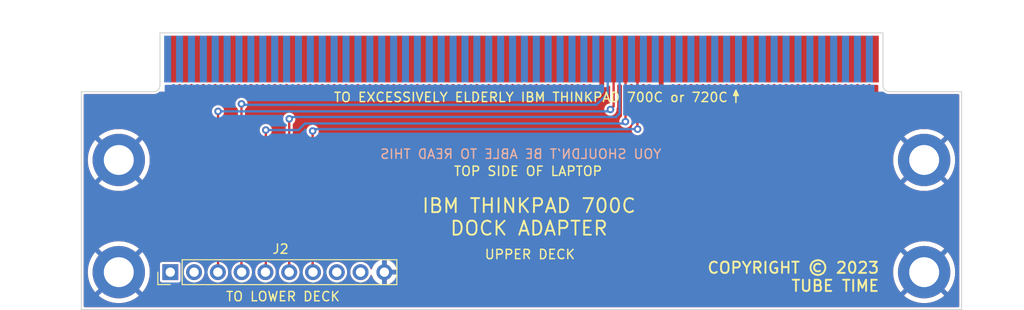
<source format=kicad_pcb>
(kicad_pcb (version 20211014) (generator pcbnew)
  (title_block (title "Thinkpad 700C Dock Slot Adapter") (comment 1 "http://creativecommons.org/licenses/by-sa/4.0/") (comment 2 "4.0 International License. To view a copy of the license, visit ") (comment 3 "This work is licensed under the Creative Commons Attribution-ShareAlike") (comment 4 "Copyright (C) 2023 Tube Time"))
  (layers (0 "F.Cu" signal) (31 "B.Cu" signal) (34 "B.Paste" user) (35 "F.Paste" user) (36 "B.SilkS" user "B.Silkscreen") (37 "F.SilkS" user "F.Silkscreen") (38 "B.Mask" user) (39 "F.Mask" user) (44 "Edge.Cuts" user))
  (net 0 "")
  (net 3 "GND")
  (net 44 "/~{IRQ14}")
  (net 45 "/~{IRQ15}")
  (net 79 "/~{IRQ10}")
  (net 80 "/~{IRQ11}")
  (net 81 "/~{IRQ12}")
  (footprint "Connector_PinHeader_2.54mm:PinHeader_1x10_P2.54mm_Vertical" (layer "F.Cu") (at 101 70.8 90)
    (fp_text reference "J2" (at 2.474 11.776 180) (layer "F.SilkS"))
    (fp_text value "UPPER" hide)
    (fp_line (start -1.33 -1.33) (end 0 -1.33) (layer "F.SilkS") (width 0.12))
    (fp_line (start -1.33 0) (end -1.33 -1.33) (layer "F.SilkS") (width 0.12))
    (fp_line (start -1.33 1.27) (end -1.33 24.19) (layer "F.SilkS") (width 0.12))
    (fp_line (start -1.33 24.19) (end 1.33 24.19) (layer "F.SilkS") (width 0.12))
    (fp_line (start -1.33 1.27) (end 1.33 1.27) (layer "F.SilkS") (width 0.12))
    (fp_line (start 1.33 1.27) (end 1.33 24.19) (layer "F.SilkS") (width 0.12))
    (pad "1" thru_hole rect (at 0 0 90) (size 1.7 1.7) (drill 1) (layers *.Cu *.Mask))
    (pad "2" thru_hole oval (at 0 2.54 90) (size 1.7 1.7) (drill 1) (layers *.Cu *.Mask))
    (pad "3" thru_hole oval (at 0 5.08 90) (size 1.7 1.7) (drill 1) (layers *.Cu *.Mask) (net 79 "/~{IRQ10}"))
    (pad "4" thru_hole oval (at 0 7.62 90) (size 1.7 1.7) (drill 1) (layers *.Cu *.Mask) (net 80 "/~{IRQ11}"))
    (pad "5" thru_hole oval (at 0 10.16 90) (size 1.7 1.7) (drill 1) (layers *.Cu *.Mask) (net 81 "/~{IRQ12}"))
    (pad "6" thru_hole oval (at 0 12.7 90) (size 1.7 1.7) (drill 1) (layers *.Cu *.Mask) (net 44 "/~{IRQ14}"))
    (pad "7" thru_hole oval (at 0 15.24 90) (size 1.7 1.7) (drill 1) (layers *.Cu *.Mask) (net 45 "/~{IRQ15}"))
    (pad "8" thru_hole oval (at 0 17.78 90) (size 1.7 1.7) (drill 1) (layers *.Cu *.Mask))
    (pad "9" thru_hole oval (at 0 20.32 90) (size 1.7 1.7) (drill 1) (layers *.Cu *.Mask))
    (pad "10" thru_hole oval (at 0 22.86 90) (size 1.7 1.7) (drill 1) (layers *.Cu *.Mask) (net 3 "GND"))
  )
  (footprint "700CDock:DockFootprint" (layer "F.Cu") (at 138.5 48.006)
    (fp_text reference "J100" hide)
    (fp_text value "Conn_02x60" hide)
    (pad "1" smd rect (at -37.7825 0) (size 0.75 5) (layers "B.Cu" "B.Mask"))
    (pad "2" smd rect (at -36.5125 0) (size 0.75 5) (layers "B.Cu" "B.Mask"))
    (pad "3" smd rect (at -35.2425 0) (size 0.75 5) (layers "B.Cu" "B.Mask"))
    (pad "4" smd rect (at -33.9725 0) (size 0.75 5) (layers "B.Cu" "B.Mask"))
    (pad "5" smd rect (at -32.7025 0) (size 0.75 5) (layers "B.Cu" "B.Mask"))
    (pad "6" smd rect (at -31.4325 0) (size 0.75 5) (layers "B.Cu" "B.Mask"))
    (pad "7" smd rect (at -30.1625 0) (size 0.75 5) (layers "B.Cu" "B.Mask"))
    (pad "8" smd rect (at -28.8925 0) (size 0.75 5) (layers "B.Cu" "B.Mask"))
    (pad "9" smd rect (at -27.6225 0) (size 0.75 5) (layers "B.Cu" "B.Mask"))
    (pad "10" smd rect (at -26.3525 0) (size 0.75 5) (layers "B.Cu" "B.Mask"))
    (pad "11" smd rect (at -25.0825 0) (size 0.75 5) (layers "B.Cu" "B.Mask"))
    (pad "12" smd rect (at -23.8125 0) (size 0.75 5) (layers "B.Cu" "B.Mask"))
    (pad "13" smd rect (at -22.5425 0) (size 0.75 5) (layers "B.Cu" "B.Mask"))
    (pad "14" smd rect (at -21.2725 0) (size 0.75 5) (layers "B.Cu" "B.Mask"))
    (pad "15" smd rect (at -20.0025 0) (size 0.75 5) (layers "B.Cu" "B.Mask"))
    (pad "16" smd rect (at -18.7325 0) (size 0.75 5) (layers "B.Cu" "B.Mask"))
    (pad "17" smd rect (at -17.4625 0) (size 0.75 5) (layers "B.Cu" "B.Mask"))
    (pad "18" smd rect (at -16.1925 0) (size 0.75 5) (layers "B.Cu" "B.Mask"))
    (pad "19" smd rect (at -14.9225 0) (size 0.75 5) (layers "B.Cu" "B.Mask"))
    (pad "20" smd rect (at -13.6525 0) (size 0.75 5) (layers "B.Cu" "B.Mask"))
    (pad "21" smd rect (at -12.3825 0) (size 0.75 5) (layers "B.Cu" "B.Mask"))
    (pad "22" smd rect (at -11.1125 0) (size 0.75 5) (layers "B.Cu" "B.Mask"))
    (pad "23" smd rect (at -9.8425 0) (size 0.75 5) (layers "B.Cu" "B.Mask"))
    (pad "24" smd rect (at -8.5725 0) (size 0.75 5) (layers "B.Cu" "B.Mask"))
    (pad "25" smd rect (at -7.3025 0) (size 0.75 5) (layers "B.Cu" "B.Mask"))
    (pad "26" smd rect (at -6.0325 0) (size 0.75 5) (layers "B.Cu" "B.Mask"))
    (pad "27" smd rect (at -4.7625 0) (size 0.75 5) (layers "B.Cu" "B.Mask"))
    (pad "28" smd rect (at -3.4925 0) (size 0.75 5) (layers "B.Cu" "B.Mask"))
    (pad "29" smd rect (at -2.2225 0) (size 0.75 5) (layers "B.Cu" "B.Mask"))
    (pad "30" smd rect (at -0.9525 0) (size 0.75 5) (layers "B.Cu" "B.Mask"))
    (pad "31" smd rect (at 0.3175 0) (size 0.75 5) (layers "B.Cu" "B.Mask"))
    (pad "32" smd rect (at 1.5875 0) (size 0.75 5) (layers "B.Cu" "B.Mask"))
    (pad "33" smd rect (at 2.8575 0) (size 0.75 5) (layers "B.Cu" "B.Mask"))
    (pad "34" smd rect (at 4.1275 0) (size 0.75 5) (layers "B.Cu" "B.Mask"))
    (pad "35" smd rect (at 5.3975 0) (size 0.75 5) (layers "B.Cu" "B.Mask"))
    (pad "36" smd rect (at 6.6675 0) (size 0.75 5) (layers "B.Cu" "B.Mask"))
    (pad "37" smd rect (at 7.9375 0) (size 0.75 5) (layers "B.Cu" "B.Mask"))
    (pad "38" smd rect (at 9.2075 0) (size 0.75 5) (layers "B.Cu" "B.Mask") (net 80 "/~{IRQ11}"))
    (pad "39" smd rect (at 10.4775 0) (size 0.75 5) (layers "B.Cu" "B.Mask") (net 44 "/~{IRQ14}"))
    (pad "40" smd rect (at 11.7475 0) (size 0.75 5) (layers "B.Cu" "B.Mask"))
    (pad "41" smd rect (at 13.0175 0) (size 0.75 5) (layers "B.Cu" "B.Mask"))
    (pad "42" smd rect (at 14.2875 0) (size 0.75 5) (layers "B.Cu" "B.Mask"))
    (pad "43" smd rect (at 15.5575 0) (size 0.75 5) (layers "B.Cu" "B.Mask"))
    (pad "44" smd rect (at 16.8275 0) (size 0.75 5) (layers "B.Cu" "B.Mask"))
    (pad "45" smd rect (at 18.0975 0) (size 0.75 5) (layers "B.Cu" "B.Mask"))
    (pad "46" smd rect (at 19.3675 0) (size 0.75 5) (layers "B.Cu" "B.Mask"))
    (pad "47" smd rect (at 20.6375 0) (size 0.75 5) (layers "B.Cu" "B.Mask"))
    (pad "48" smd rect (at 21.9075 0) (size 0.75 5) (layers "B.Cu" "B.Mask"))
    (pad "49" smd rect (at 23.1775 0) (size 0.75 5) (layers "B.Cu" "B.Mask"))
    (pad "50" smd rect (at 24.4475 0) (size 0.75 5) (layers "B.Cu" "B.Mask"))
    (pad "51" smd rect (at 25.7175 0) (size 0.75 5) (layers "B.Cu" "B.Mask"))
    (pad "52" smd rect (at 26.9875 0) (size 0.75 5) (layers "B.Cu" "B.Mask"))
    (pad "53" smd rect (at 28.2575 0) (size 0.75 5) (layers "B.Cu" "B.Mask"))
    (pad "54" smd rect (at 29.5275 0) (size 0.75 5) (layers "B.Cu" "B.Mask"))
    (pad "55" smd rect (at 30.7975 0) (size 0.75 5) (layers "B.Cu" "B.Mask"))
    (pad "56" smd rect (at 32.0675 0) (size 0.75 5) (layers "B.Cu" "B.Mask"))
    (pad "57" smd rect (at 33.3375 0) (size 0.75 5) (layers "B.Cu" "B.Mask"))
    (pad "58" smd rect (at 34.6075 0) (size 0.75 5) (layers "B.Cu" "B.Mask"))
    (pad "59" smd rect (at 35.8775 0) (size 0.75 5) (layers "B.Cu" "B.Mask"))
    (pad "60" smd rect (at 37.1475 0) (size 0.75 5) (layers "B.Cu" "B.Mask"))
    (pad "61" smd rect (at -37.1475 0) (size 0.75 5) (layers "F.Cu" "F.Mask"))
    (pad "62" smd rect (at -35.8775 0) (size 0.75 5) (layers "F.Cu" "F.Mask"))
    (pad "63" smd rect (at -34.6075 0) (size 0.75 5) (layers "F.Cu" "F.Mask"))
    (pad "64" smd rect (at -33.3375 0) (size 0.75 5) (layers "F.Cu" "F.Mask"))
    (pad "65" smd rect (at -32.0675 0) (size 0.75 5) (layers "F.Cu" "F.Mask"))
    (pad "66" smd rect (at -30.7975 0) (size 0.75 5) (layers "F.Cu" "F.Mask"))
    (pad "67" smd rect (at -29.5275 0) (size 0.75 5) (layers "F.Cu" "F.Mask"))
    (pad "68" smd rect (at -28.2575 0) (size 0.75 5) (layers "F.Cu" "F.Mask"))
    (pad "69" smd rect (at -26.9875 0) (size 0.75 5) (layers "F.Cu" "F.Mask"))
    (pad "70" smd rect (at -25.7175 0) (size 0.75 5) (layers "F.Cu" "F.Mask"))
    (pad "71" smd rect (at -24.4475 0) (size 0.75 5) (layers "F.Cu" "F.Mask"))
    (pad "72" smd rect (at -23.1775 0) (size 0.75 5) (layers "F.Cu" "F.Mask"))
    (pad "73" smd rect (at -21.9075 0) (size 0.75 5) (layers "F.Cu" "F.Mask"))
    (pad "74" smd rect (at -20.6375 0) (size 0.75 5) (layers "F.Cu" "F.Mask"))
    (pad "75" smd rect (at -19.3675 0) (size 0.75 5) (layers "F.Cu" "F.Mask"))
    (pad "76" smd rect (at -18.0975 0) (size 0.75 5) (layers "F.Cu" "F.Mask"))
    (pad "77" smd rect (at -16.8275 0) (size 0.75 5) (layers "F.Cu" "F.Mask"))
    (pad "78" smd rect (at -15.5575 0) (size 0.75 5) (layers "F.Cu" "F.Mask"))
    (pad "79" smd rect (at -14.2875 0) (size 0.75 5) (layers "F.Cu" "F.Mask"))
    (pad "80" smd rect (at -13.0175 0) (size 0.75 5) (layers "F.Cu" "F.Mask"))
    (pad "81" smd rect (at -11.7475 0) (size 0.75 5) (layers "F.Cu" "F.Mask"))
    (pad "82" smd rect (at -10.4775 0) (size 0.75 5) (layers "F.Cu" "F.Mask"))
    (pad "83" smd rect (at -9.2075 0) (size 0.75 5) (layers "F.Cu" "F.Mask"))
    (pad "84" smd rect (at -7.9375 0) (size 0.75 5) (layers "F.Cu" "F.Mask"))
    (pad "85" smd rect (at -6.6675 0) (size 0.75 5) (layers "F.Cu" "F.Mask"))
    (pad "86" smd rect (at -5.3975 0) (size 0.75 5) (layers "F.Cu" "F.Mask"))
    (pad "87" smd rect (at -4.1275 0) (size 0.75 5) (layers "F.Cu" "F.Mask"))
    (pad "88" smd rect (at -2.8575 0) (size 0.75 5) (layers "F.Cu" "F.Mask"))
    (pad "89" smd rect (at -1.5875 0) (size 0.75 5) (layers "F.Cu" "F.Mask"))
    (pad "90" smd rect (at -0.3175 0) (size 0.75 5) (layers "F.Cu" "F.Mask"))
    (pad "91" smd rect (at 0.9525 0) (size 0.75 5) (layers "F.Cu" "F.Mask"))
    (pad "92" smd rect (at 2.2225 0) (size 0.75 5) (layers "F.Cu" "F.Mask"))
    (pad "93" smd rect (at 3.4925 0) (size 0.75 5) (layers "F.Cu" "F.Mask"))
    (pad "94" smd rect (at 4.7625 0) (size 0.75 5) (layers "F.Cu" "F.Mask"))
    (pad "95" smd rect (at 6.0325 0) (size 0.75 5) (layers "F.Cu" "F.Mask"))
    (pad "96" smd rect (at 7.3025 0) (size 0.75 5) (layers "F.Cu" "F.Mask"))
    (pad "97" smd rect (at 8.5725 0) (size 0.75 5) (layers "F.Cu" "F.Mask") (net 3 "GND"))
    (pad "98" smd rect (at 9.8425 0) (size 0.75 5) (layers "F.Cu" "F.Mask") (net 79 "/~{IRQ10}"))
    (pad "99" smd rect (at 11.1125 0) (size 0.75 5) (layers "F.Cu" "F.Mask") (net 81 "/~{IRQ12}"))
    (pad "100" smd rect (at 12.3825 0) (size 0.75 5) (layers "F.Cu" "F.Mask") (net 45 "/~{IRQ15}"))
    (pad "101" smd rect (at 13.6525 0) (size 0.75 5) (layers "F.Cu" "F.Mask"))
    (pad "102" smd rect (at 14.9225 0) (size 0.75 5) (layers "F.Cu" "F.Mask") (net 3 "GND"))
    (pad "103" smd rect (at 16.1925 0) (size 0.75 5) (layers "F.Cu" "F.Mask"))
    (pad "104" smd rect (at 17.4625 0) (size 0.75 5) (layers "F.Cu" "F.Mask"))
    (pad "105" smd rect (at 18.7325 0) (size 0.75 5) (layers "F.Cu" "F.Mask"))
    (pad "106" smd rect (at 20.0025 0) (size 0.75 5) (layers "F.Cu" "F.Mask"))
    (pad "107" smd rect (at 21.2725 0) (size 0.75 5) (layers "F.Cu" "F.Mask"))
    (pad "108" smd rect (at 22.5425 0) (size 0.75 5) (layers "F.Cu" "F.Mask"))
    (pad "109" smd rect (at 23.8125 0) (size 0.75 5) (layers "F.Cu" "F.Mask"))
    (pad "110" smd rect (at 25.0825 0) (size 0.75 5) (layers "F.Cu" "F.Mask"))
    (pad "111" smd rect (at 26.3525 0) (size 0.75 5) (layers "F.Cu" "F.Mask"))
    (pad "112" smd rect (at 27.6225 0) (size 0.75 5) (layers "F.Cu" "F.Mask"))
    (pad "113" smd rect (at 28.8925 0) (size 0.75 5) (layers "F.Cu" "F.Mask"))
    (pad "114" smd rect (at 30.1625 0) (size 0.75 5) (layers "F.Cu" "F.Mask"))
    (pad "115" smd rect (at 31.4325 0) (size 0.75 5) (layers "F.Cu" "F.Mask"))
    (pad "116" smd rect (at 32.7025 0) (size 0.75 5) (layers "F.Cu" "F.Mask"))
    (pad "117" smd rect (at 33.9725 0) (size 0.75 5) (layers "F.Cu" "F.Mask"))
    (pad "118" smd rect (at 35.2425 0) (size 0.75 5) (layers "F.Cu" "F.Mask"))
    (pad "119" smd rect (at 36.5125 0) (size 0.75 5) (layers "F.Cu" "F.Mask"))
    (pad "120" smd rect (at 37.7825 0) (size 0.75 5) (layers "F.Cu" "F.Mask"))
  )
  (footprint "MountingHole:MountingHole_3.2mm_M3_DIN965_Pad" (layer "F.Cu") (at 95.5 70.8)
    (fp_text reference "H3" hide)
    (fp_text value "MountingHole_Pad" hide)
    (pad "1" thru_hole circle (at 0 0) (size 5.6 5.6) (drill 3.2) (layers *.Cu *.Mask) (net 3 "GND"))
  )
  (footprint "MountingHole:MountingHole_3.2mm_M3_DIN965_Pad" (layer "F.Cu") (at 95.5 58.8)
    (fp_text reference "H1" hide)
    (fp_text value "MountingHole_Pad" hide)
    (pad "1" thru_hole circle (at 0 0) (size 5.6 5.6) (drill 3.2) (layers *.Cu *.Mask) (net 3 "GND"))
  )
  (footprint "MountingHole:MountingHole_3.2mm_M3_DIN965_Pad" (layer "F.Cu") (at 181.5 70.8)
    (fp_text reference "H4" hide)
    (fp_text value "MountingHole_Pad" hide)
    (pad "1" thru_hole circle (at 0 0) (size 5.6 5.6) (drill 3.2) (layers *.Cu *.Mask) (net 3 "GND"))
  )
  (footprint "MountingHole:MountingHole_3.2mm_M3_DIN965_Pad" (layer "F.Cu") (at 181.5 58.8)
    (fp_text reference "H2" hide)
    (fp_text value "MountingHole_Pad" hide)
    (pad "1" thru_hole circle (at 0 0) (size 5.6 5.6) (drill 3.2) (layers *.Cu *.Mask) (net 3 "GND"))
  )
  (gr_poly (pts (xy 161.65 51.9) (xy 161.15 51.9) (xy 161.4 51.35)) (layer "F.SilkS") (width 0.15) (fill solid))
  (gr_line (start 161.4 52.65) (end 161.4 51.35) (layer "F.SilkS") (width 0.15))
  (gr_line (start 99.900001 45.199999) (end 138.500001 45.199999) (layer "Edge.Cuts") (width 0.1))
  (gr_line (start 177.800001 51.499999) (end 185.500001 51.499999) (layer "Edge.Cuts") (width 0.1))
  (gr_arc (start 99.900001 50.799999) (mid 99.694976 51.294974) (end 99.200001 51.499999) (layer "Edge.Cuts") (width 0.1))
  (gr_line (start 177.100001 45.199999) (end 177.100001 50.799999) (layer "Edge.Cuts") (width 0.1))
  (gr_line (start 99.900001 45.199999) (end 99.900001 50.799999) (layer "Edge.Cuts") (width 0.1))
  (gr_line (start 91.500001 51.499999) (end 99.200001 51.499999) (layer "Edge.Cuts") (width 0.1))
  (gr_line (start 91.500001 51.499999) (end 91.5 74.8) (layer "Edge.Cuts") (width 0.1))
  (gr_line (start 177.100001 45.199999) (end 138.500001 45.199999) (layer "Edge.Cuts") (width 0.1))
  (gr_line (start 185.500001 51.499999) (end 185.5 74.8) (layer "Edge.Cuts") (width 0.1))
  (gr_arc (start 177.800001 51.499999) (mid 177.305026 51.294974) (end 177.100001 50.799999) (layer "Edge.Cuts") (width 0.1))
  (gr_line (start 91.5 74.8) (end 185.5 74.8) (layer "Edge.Cuts") (width 0.1))
  (gr_text "YOU SHOULDN'T BE ABLE TO READ THIS" (at 138.43 58.166) (layer "B.SilkS") (effects (font (size 1 1)) (justify mirror)))
  (gr_text "TOP SIDE OF LAPTOP" (at 139.2 60) (layer "F.SilkS") (effects (font (size 1 1))))
  (gr_text "TO LOWER DECK" (at 113.03 73.406) (layer "F.SilkS") (effects (font (size 1 1))))
  (gr_text "UPPER DECK" (at 139.4 68.9) (layer "F.SilkS") (effects (font (size 1 1))))
  (gr_text "COPYRIGHT © 2023\nTUBE TIME" (at 176.8 71.3) (layer "F.SilkS") (effects (font (size 1.2 1.2) (thickness 0.2)) (justify right)))
  (gr_text "TO EXCESSIVELY ELDERLY IBM THINKPAD 700C or 720C" (at 139.5 52.1) (layer "F.SilkS") (effects (font (size 1 1))))
  (gr_text "IBM THINKPAD 700C\nDOCK ADAPTER" (at 139.3 64.9) (layer "F.SilkS") (effects (font (size 1.5 1.5) (thickness 0.2))))
  (segment (start 113.7 54.4) (end 113.7 70.8) (width 0.25) (layer "F.Cu") (net 44))
  (via (at 113.7 54.4) (size 0.8) (drill 0.4) (layers "F.Cu" "B.Cu") (net 44))
  (segment (start 148.9775 53.8225) (end 148.9775 48.006) (width 0.25) (layer "B.Cu") (net 44))
  (segment (start 148.6 54.2) (end 148.9775 53.8225) (width 0.25) (layer "B.Cu") (net 44))
  (segment (start 113.7 54.4) (end 113.9 54.2) (width 0.25) (layer "B.Cu") (net 44))
  (segment (start 113.9 54.2) (end 148.6 54.2) (width 0.25) (layer "B.Cu") (net 44))
  (segment (start 150.8825 55.4825) (end 150.9 55.5) (width 0.25) (layer "F.Cu") (net 45))
  (segment (start 116.2 70.76) (end 116.24 70.8) (width 0.25) (layer "F.Cu") (net 45))
  (segment (start 150.8825 48.006) (end 150.8825 55.4825) (width 0.25) (layer "F.Cu") (net 45))
  (segment (start 116.2 55.7) (end 116.2 70.76) (width 0.25) (layer "F.Cu") (net 45))
  (via (at 116.2 55.7) (size 0.8) (drill 0.4) (layers "F.Cu" "B.Cu") (net 45))
  (via (at 150.9 55.5) (size 0.8) (drill 0.4) (layers "F.Cu" "B.Cu") (net 45))
  (segment (start 116.4 55.5) (end 150.9 55.5) (width 0.25) (layer "B.Cu") (net 45))
  (segment (start 116.2 55.7) (end 116.4 55.5) (width 0.25) (layer "B.Cu") (net 45))
  (segment (start 106.1 53.6) (end 106.1 70.78) (width 0.25) (layer "F.Cu") (net 79))
  (segment (start 106.1 70.78) (end 106.08 70.8) (width 0.25) (layer "F.Cu") (net 79))
  (segment (start 148 53.4) (end 148.3425 53.0575) (width 0.25) (layer "F.Cu") (net 79))
  (segment (start 148.3425 53.0575) (end 148.3425 48.006) (width 0.25) (layer "F.Cu") (net 79))
  (via (at 106.1 53.6) (size 0.8) (drill 0.4) (layers "F.Cu" "B.Cu") (net 79))
  (via (at 148 53.4) (size 0.8) (drill 0.4) (layers "F.Cu" "B.Cu") (net 79))
  (segment (start 106.1 53.6) (end 147.8 53.6) (width 0.25) (layer "B.Cu") (net 79))
  (segment (start 147.8 53.6) (end 148 53.4) (width 0.25) (layer "B.Cu") (net 79))
  (segment (start 108.6 52.8) (end 108.6 70.78) (width 0.25) (layer "F.Cu") (net 80))
  (segment (start 108.6 70.78) (end 108.62 70.8) (width 0.25) (layer "F.Cu") (net 80))
  (via (at 108.6 52.8) (size 0.8) (drill 0.4) (layers "F.Cu" "B.Cu") (net 80))
  (segment (start 108.6 52.8) (end 108.7 52.9) (width 0.25) (layer "B.Cu") (net 80))
  (segment (start 108.7 52.9) (end 146.5 52.9) (width 0.25) (layer "B.Cu") (net 80))
  (segment (start 147.7075 51.6925) (end 147.7075 48.006) (width 0.25) (layer "B.Cu") (net 80))
  (segment (start 146.5 52.9) (end 147.7075 51.6925) (width 0.25) (layer "B.Cu") (net 80))
  (segment (start 149.6125 54.6875) (end 149.6125 48.006) (width 0.25) (layer "F.Cu") (net 81))
  (segment (start 111.2 55.6) (end 111.2 70.76) (width 0.25) (layer "F.Cu") (net 81))
  (segment (start 149.6 54.7) (end 149.6125 54.6875) (width 0.25) (layer "F.Cu") (net 81))
  (segment (start 111.2 70.76) (end 111.16 70.8) (width 0.25) (layer "F.Cu") (net 81))
  (via (at 111.2 55.6) (size 0.8) (drill 0.4) (layers "F.Cu" "B.Cu") (net 81))
  (via (at 149.6 54.7) (size 0.8) (drill 0.4) (layers "F.Cu" "B.Cu") (net 81))
  (segment (start 149.4 54.9) (end 149.6 54.7) (width 0.25) (layer "B.Cu") (net 81))
  (segment (start 115.375 54.9) (end 149.4 54.9) (width 0.25) (layer "B.Cu") (net 81))
  (segment (start 114.675 55.6) (end 115.375 54.9) (width 0.25) (layer "B.Cu") (net 81))
  (segment (start 111.2 55.6) (end 114.675 55.6) (width 0.25) (layer "B.Cu") (net 81))
  (zone (net 3) (net_name "GND") (layer "F.Cu") (connect_pads (clearance 0.254)) (min_thickness 0.2) (fill yes (thermal_gap 0.508) (thermal_bridge_width 0.508))
    (polygon (pts (xy 176.6 51.5) (xy 185.5 51.5) (xy 185.5 74.8) (xy 91.5 74.8) (xy 91.5 51.5) (xy 101 51.5) (xy 101 45.5) (xy 176.6 45.5)))
  )
  (zone (net 3) (net_name "GND") (layer "B.Cu") (connect_pads (clearance 0.254)) (min_thickness 0.254) (fill yes (thermal_gap 0.508) (thermal_bridge_width 0.508))
    (polygon (pts (xy 176.2 51.5) (xy 185.5 51.5) (xy 185.5 74.8) (xy 91.5 74.8) (xy 91.5 51.5) (xy 100.4 51.5) (xy 100.4 45.5) (xy 176.2 45.5)))
  )
)
</source>
